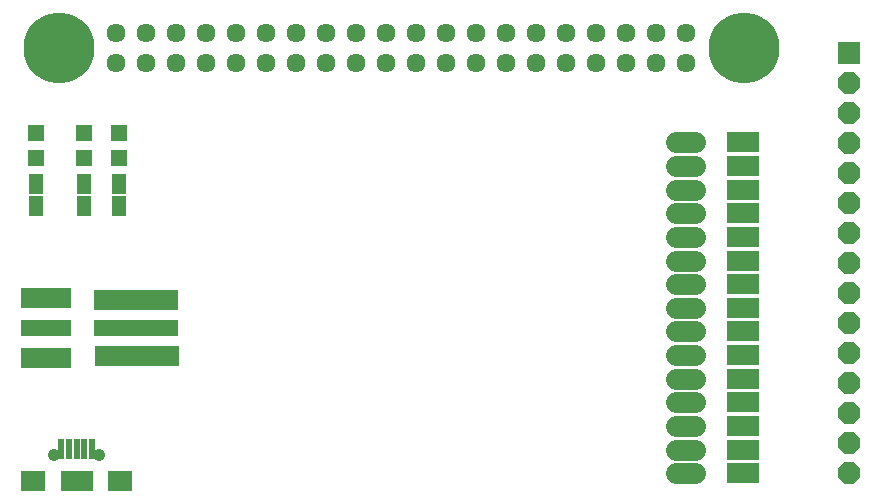
<source format=gts>
G75*
%MOIN*%
%OFA0B0*%
%FSLAX25Y25*%
%IPPOS*%
%LPD*%
%AMOC8*
5,1,8,0,0,1.08239X$1,22.5*
%
%ADD10R,0.10643X0.06706*%
%ADD11R,0.28359X0.06706*%
%ADD12R,0.28359X0.05524*%
%ADD13C,0.06350*%
%ADD14R,0.07200X0.07200*%
%ADD15OC8,0.07200*%
%ADD16R,0.16800X0.06800*%
%ADD17R,0.16800X0.05800*%
%ADD18R,0.05524X0.05524*%
%ADD19R,0.04737X0.06706*%
%ADD20R,0.02375X0.06509*%
%ADD21C,0.04146*%
%ADD22R,0.07874X0.06693*%
%ADD23R,0.10630X0.06693*%
%ADD24C,0.07137*%
%ADD25C,0.23635*%
D10*
X0278044Y0023945D03*
X0278044Y0031819D03*
X0278044Y0039693D03*
X0278044Y0047567D03*
X0278044Y0055441D03*
X0278044Y0063315D03*
X0278044Y0071189D03*
X0278044Y0079063D03*
X0278044Y0086937D03*
X0278044Y0094811D03*
X0278044Y0102685D03*
X0278044Y0110559D03*
X0278044Y0118433D03*
X0278044Y0126307D03*
X0278044Y0134181D03*
D11*
X0075681Y0081740D03*
X0075839Y0062843D03*
D12*
X0075681Y0072291D03*
D13*
X0079028Y0160835D03*
X0089028Y0160835D03*
X0099028Y0160835D03*
X0109028Y0160835D03*
X0119028Y0160835D03*
X0129028Y0160835D03*
X0139028Y0160835D03*
X0149028Y0160835D03*
X0159028Y0160835D03*
X0169028Y0160835D03*
X0179028Y0160835D03*
X0189028Y0160835D03*
X0199028Y0160835D03*
X0209028Y0160835D03*
X0219028Y0160835D03*
X0229028Y0160835D03*
X0239028Y0160835D03*
X0249028Y0160835D03*
X0259028Y0160835D03*
X0259028Y0170835D03*
X0249028Y0170835D03*
X0239028Y0170835D03*
X0229028Y0170835D03*
X0219028Y0170835D03*
X0209028Y0170835D03*
X0199028Y0170835D03*
X0189028Y0170835D03*
X0179028Y0170835D03*
X0169028Y0170835D03*
X0159028Y0170835D03*
X0149028Y0170835D03*
X0139028Y0170835D03*
X0129028Y0170835D03*
X0119028Y0170835D03*
X0109028Y0170835D03*
X0099028Y0170835D03*
X0089028Y0170835D03*
X0079028Y0170835D03*
X0069028Y0170835D03*
X0069028Y0160835D03*
D14*
X0313201Y0164142D03*
D15*
X0313201Y0154142D03*
X0313201Y0144142D03*
X0313201Y0134142D03*
X0313201Y0124142D03*
X0313201Y0114142D03*
X0313201Y0104142D03*
X0313201Y0094142D03*
X0313201Y0084142D03*
X0313201Y0074142D03*
X0313201Y0064142D03*
X0313201Y0054142D03*
X0313201Y0044142D03*
X0313201Y0034142D03*
X0313201Y0024142D03*
D16*
X0045650Y0062213D03*
X0045650Y0082213D03*
D17*
X0045650Y0072213D03*
D18*
X0042374Y0129024D03*
X0042374Y0137291D03*
X0058122Y0137291D03*
X0058122Y0129024D03*
X0069933Y0129024D03*
X0069933Y0137291D03*
D19*
X0069933Y0120323D03*
X0069933Y0112921D03*
X0058122Y0112921D03*
X0058122Y0120323D03*
X0042374Y0120323D03*
X0042374Y0112921D03*
D20*
X0050642Y0032075D03*
X0053201Y0032075D03*
X0055760Y0032075D03*
X0058319Y0032075D03*
X0060878Y0032075D03*
D21*
X0063241Y0030008D03*
X0048280Y0030008D03*
D22*
X0041256Y0021346D03*
X0070264Y0021346D03*
D23*
X0055760Y0021346D03*
D24*
X0255741Y0023945D02*
X0262078Y0023945D01*
X0262078Y0031819D02*
X0255741Y0031819D01*
X0255741Y0039693D02*
X0262078Y0039693D01*
X0262078Y0047567D02*
X0255741Y0047567D01*
X0255741Y0055441D02*
X0262078Y0055441D01*
X0262078Y0063315D02*
X0255741Y0063315D01*
X0255741Y0071189D02*
X0262078Y0071189D01*
X0262078Y0079063D02*
X0255741Y0079063D01*
X0255741Y0086937D02*
X0262078Y0086937D01*
X0262078Y0094811D02*
X0255741Y0094811D01*
X0255741Y0102685D02*
X0262078Y0102685D01*
X0262078Y0110559D02*
X0255741Y0110559D01*
X0255741Y0118433D02*
X0262078Y0118433D01*
X0262078Y0126307D02*
X0255741Y0126307D01*
X0255741Y0134181D02*
X0262078Y0134181D01*
D25*
X0278201Y0165835D03*
X0049855Y0165835D03*
M02*

</source>
